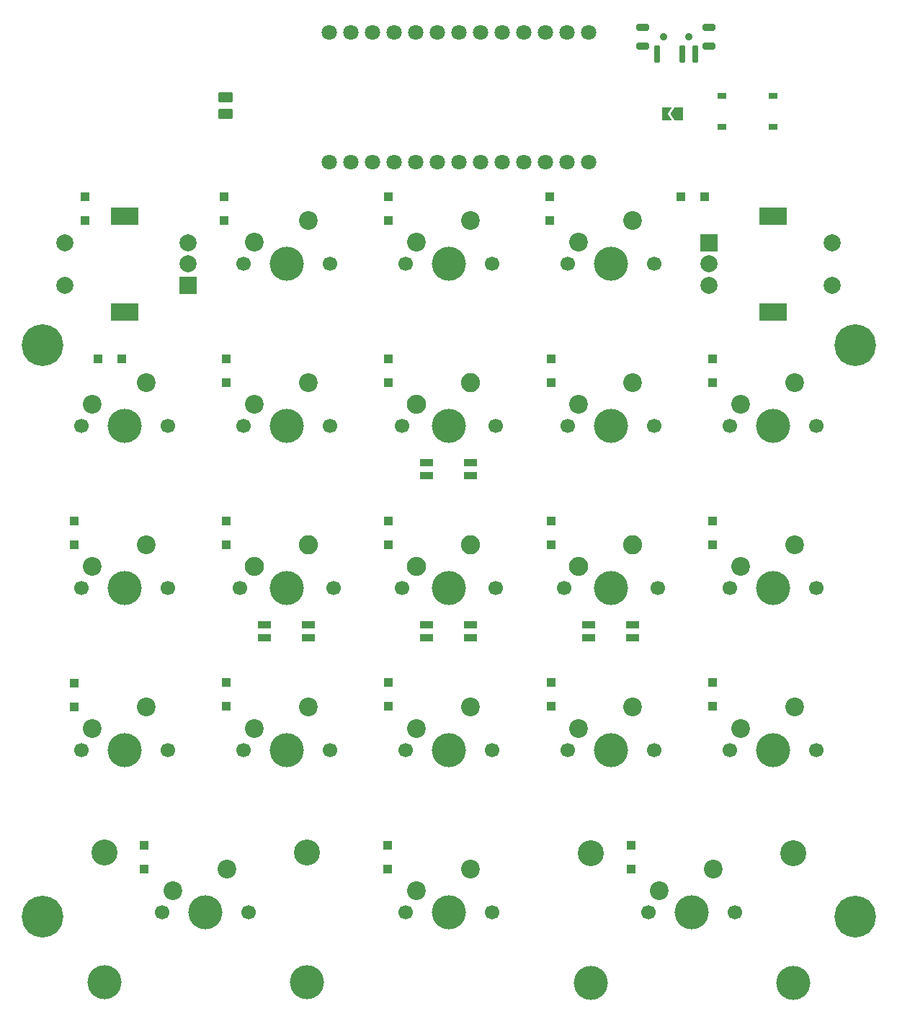
<source format=gbr>
%TF.GenerationSoftware,KiCad,Pcbnew,9.0.2*%
%TF.CreationDate,2025-05-27T10:03:14+01:00*%
%TF.ProjectId,PCB,5043422e-6b69-4636-9164-5f7063625858,1.0*%
%TF.SameCoordinates,Original*%
%TF.FileFunction,Soldermask,Bot*%
%TF.FilePolarity,Negative*%
%FSLAX46Y46*%
G04 Gerber Fmt 4.6, Leading zero omitted, Abs format (unit mm)*
G04 Created by KiCad (PCBNEW 9.0.2) date 2025-05-27 10:03:14*
%MOMM*%
%LPD*%
G01*
G04 APERTURE LIST*
G04 Aperture macros list*
%AMRoundRect*
0 Rectangle with rounded corners*
0 $1 Rounding radius*
0 $2 $3 $4 $5 $6 $7 $8 $9 X,Y pos of 4 corners*
0 Add a 4 corners polygon primitive as box body*
4,1,4,$2,$3,$4,$5,$6,$7,$8,$9,$2,$3,0*
0 Add four circle primitives for the rounded corners*
1,1,$1+$1,$2,$3*
1,1,$1+$1,$4,$5*
1,1,$1+$1,$6,$7*
1,1,$1+$1,$8,$9*
0 Add four rect primitives between the rounded corners*
20,1,$1+$1,$2,$3,$4,$5,0*
20,1,$1+$1,$4,$5,$6,$7,0*
20,1,$1+$1,$6,$7,$8,$9,0*
20,1,$1+$1,$8,$9,$2,$3,0*%
%AMFreePoly0*
4,1,6,0.500000,-0.750000,-0.650000,-0.750000,-0.150000,0.000000,-0.650000,0.750000,0.500000,0.750000,0.500000,-0.750000,0.500000,-0.750000,$1*%
%AMFreePoly1*
4,1,6,1.000000,0.000000,0.500000,-0.750000,-0.500000,-0.750000,-0.500000,0.750000,0.500000,0.750000,1.000000,0.000000,1.000000,0.000000,$1*%
G04 Aperture macros list end*
%ADD10C,1.700000*%
%ADD11C,4.000000*%
%ADD12C,2.200000*%
%ADD13C,4.900000*%
%ADD14C,3.050000*%
%ADD15RoundRect,0.082000X0.718000X-0.328000X0.718000X0.328000X-0.718000X0.328000X-0.718000X-0.328000X0*%
%ADD16C,2.250000*%
%ADD17O,2.250000X2.250000*%
%ADD18R,2.000000X2.000000*%
%ADD19C,2.000000*%
%ADD20R,3.200000X2.000000*%
%ADD21C,1.800000*%
%ADD22RoundRect,0.250000X-0.300000X0.300000X-0.300000X-0.300000X0.300000X-0.300000X0.300000X0.300000X0*%
%ADD23R,1.000000X0.700000*%
%ADD24RoundRect,0.250000X-0.300000X-0.300000X0.300000X-0.300000X0.300000X0.300000X-0.300000X0.300000X0*%
%ADD25RoundRect,0.250000X0.300000X0.300000X-0.300000X0.300000X-0.300000X-0.300000X0.300000X-0.300000X0*%
%ADD26RoundRect,0.250000X-0.500000X-0.150000X0.500000X-0.150000X0.500000X0.150000X-0.500000X0.150000X0*%
%ADD27C,0.900000*%
%ADD28RoundRect,0.125000X-0.225000X-0.875000X0.225000X-0.875000X0.225000X0.875000X-0.225000X0.875000X0*%
%ADD29FreePoly0,180.000000*%
%ADD30RoundRect,0.250000X-0.625000X0.350000X-0.625000X-0.350000X0.625000X-0.350000X0.625000X0.350000X0*%
%ADD31FreePoly1,180.000000*%
G04 APERTURE END LIST*
D10*
%TO.C,D3-D21*%
X106974146Y-67909183D03*
D11*
X112054146Y-67909183D03*
D10*
X117134146Y-67909183D03*
D12*
X114594146Y-62829183D03*
X108244146Y-65369183D03*
%TD*%
D13*
%TO.C,*%
X121710496Y-125546485D03*
%TD*%
D10*
%TO.C,D5-D15*%
X68874146Y-106009183D03*
D11*
X73954146Y-106009183D03*
D10*
X79034146Y-106009183D03*
D12*
X76494146Y-100929183D03*
X70144146Y-103469183D03*
%TD*%
D10*
%TO.C,D3-D14*%
X30774146Y-67909185D03*
D11*
X35854146Y-67909185D03*
D10*
X40934146Y-67909185D03*
D12*
X38394146Y-62829185D03*
X32044146Y-65369185D03*
%TD*%
D14*
%TO.C,D6-D14*%
X33478146Y-118041185D03*
D11*
X33478146Y-133281185D03*
D10*
X40298146Y-125041185D03*
D11*
X45378146Y-125041185D03*
D10*
X50458146Y-125041185D03*
D14*
X57278146Y-118041185D03*
D11*
X57278146Y-133281185D03*
D12*
X47918146Y-119961185D03*
X41568146Y-122501185D03*
%TD*%
D10*
%TO.C,D4-D15*%
X68447796Y-86931883D03*
D11*
X73947794Y-86931883D03*
D10*
X79447792Y-86931883D03*
D15*
X76542796Y-92756883D03*
X76542796Y-91256883D03*
X71342796Y-91256883D03*
X71342796Y-92756883D03*
D16*
X76487796Y-81851883D03*
D17*
X70137796Y-84391885D03*
%TD*%
D10*
%TO.C,D5-D14*%
X30774146Y-106009185D03*
D11*
X35854146Y-106009185D03*
D10*
X40934146Y-106009185D03*
D12*
X38394146Y-100929185D03*
X32044146Y-103469185D03*
%TD*%
D10*
%TO.C,D6-D7*%
X68878146Y-125051185D03*
D11*
X73958146Y-125051185D03*
D10*
X79038146Y-125051185D03*
D12*
X76498146Y-119971185D03*
X70148146Y-122511185D03*
%TD*%
D10*
%TO.C,D2-D15*%
X68874146Y-48859183D03*
D11*
X73954146Y-48859183D03*
D10*
X79034146Y-48859183D03*
D12*
X76494146Y-43779183D03*
X70144146Y-46319183D03*
%TD*%
D10*
%TO.C,D4-D21*%
X106967796Y-86931883D03*
D11*
X112047796Y-86931883D03*
D10*
X117127796Y-86931883D03*
D12*
X114587796Y-81851883D03*
X108237796Y-84391883D03*
%TD*%
D18*
%TO.C,D2-D21*%
X104550496Y-46366483D03*
D19*
X104550496Y-51366483D03*
X104550496Y-48866483D03*
D20*
X112050496Y-43266483D03*
X112050496Y-54466483D03*
D19*
X119050496Y-51366483D03*
X119050496Y-46366483D03*
%TD*%
D21*
%TO.C,U1*%
X87890496Y-36936483D03*
X85350496Y-36936483D03*
X82810496Y-36936483D03*
X80270496Y-36936483D03*
X77730496Y-36936483D03*
X75190496Y-36936483D03*
X72650496Y-36936483D03*
X70110496Y-36936483D03*
X67570496Y-36936483D03*
X65030496Y-36936483D03*
X62490496Y-36936483D03*
X59950496Y-36936483D03*
X87890496Y-21696483D03*
X85350496Y-21696483D03*
X82810496Y-21696483D03*
X80270496Y-21696483D03*
X77730496Y-21696483D03*
X75190496Y-21696483D03*
X72650496Y-21696483D03*
X67570496Y-21696483D03*
X65030496Y-21696483D03*
X62490496Y-21696483D03*
X59950496Y-21696483D03*
X90430496Y-21696483D03*
X70110496Y-21696483D03*
X90430496Y-36936483D03*
%TD*%
D10*
%TO.C,D2-D18*%
X87924146Y-48859183D03*
D11*
X93004146Y-48859183D03*
D10*
X98084146Y-48859183D03*
D12*
X95544146Y-43779183D03*
X89194146Y-46319183D03*
%TD*%
D10*
%TO.C,D4-D7*%
X49391446Y-86931885D03*
D11*
X54891444Y-86931885D03*
D10*
X60391442Y-86931885D03*
D15*
X57486446Y-92756885D03*
X57486446Y-91256885D03*
X52286446Y-91256885D03*
X52286446Y-92756885D03*
D16*
X57431446Y-81851885D03*
D17*
X51081446Y-84391887D03*
%TD*%
D10*
%TO.C,D4-D14*%
X30767796Y-86931885D03*
D11*
X35847796Y-86931885D03*
D10*
X40927796Y-86931885D03*
D12*
X38387796Y-81851885D03*
X32037796Y-84391885D03*
%TD*%
D10*
%TO.C,D2-D7*%
X49817796Y-48859185D03*
D11*
X54897796Y-48859185D03*
D10*
X59977796Y-48859185D03*
D12*
X57437796Y-43779185D03*
X51087796Y-46319185D03*
%TD*%
D10*
%TO.C,D3-D15*%
X68454146Y-67909183D03*
D11*
X73954144Y-67909183D03*
D10*
X79454142Y-67909183D03*
D15*
X76549146Y-73734183D03*
X76549146Y-72234183D03*
X71349146Y-72234183D03*
X71349146Y-73734183D03*
D16*
X76494146Y-62829183D03*
D17*
X70144146Y-65369185D03*
%TD*%
D13*
%TO.C,*%
X121710496Y-58406483D03*
%TD*%
D10*
%TO.C,D5-D21*%
X106974146Y-106009183D03*
D11*
X112054146Y-106009183D03*
D10*
X117134146Y-106009183D03*
D12*
X114594146Y-100929183D03*
X108244146Y-103469183D03*
%TD*%
D10*
%TO.C,D3-D7*%
X49817796Y-67909185D03*
D11*
X54897796Y-67909185D03*
D10*
X59977796Y-67909185D03*
D12*
X57437796Y-62829185D03*
X51087796Y-65369185D03*
%TD*%
D10*
%TO.C,D3-D18*%
X87924146Y-67909183D03*
D11*
X93004146Y-67909183D03*
D10*
X98084146Y-67909183D03*
D12*
X95544146Y-62829183D03*
X89194146Y-65369183D03*
%TD*%
D13*
%TO.C,*%
X26230496Y-125546483D03*
%TD*%
D18*
%TO.C,D2-D14*%
X43350496Y-51366483D03*
D19*
X43350496Y-46366483D03*
X43350496Y-48866483D03*
D20*
X35850496Y-54466483D03*
X35850496Y-43266483D03*
D19*
X28850496Y-46366483D03*
X28850496Y-51366483D03*
%TD*%
D13*
%TO.C,*%
X26190496Y-58406481D03*
%TD*%
D14*
%TO.C,D6-D15*%
X90638146Y-118051185D03*
D11*
X90638146Y-133291185D03*
D10*
X97458146Y-125051185D03*
D11*
X102538146Y-125051185D03*
D10*
X107618146Y-125051185D03*
D14*
X114438146Y-118051185D03*
D11*
X114438146Y-133291185D03*
D12*
X105078146Y-119971185D03*
X98728146Y-122511185D03*
%TD*%
D10*
%TO.C,D5-D7*%
X49817796Y-106009185D03*
D11*
X54897796Y-106009185D03*
D10*
X59977796Y-106009185D03*
D12*
X57437796Y-100929185D03*
X51087796Y-103469185D03*
%TD*%
D10*
%TO.C,D5-D18*%
X87924146Y-106009183D03*
D11*
X93004146Y-106009183D03*
D10*
X98084146Y-106009183D03*
D12*
X95544146Y-100929183D03*
X89194146Y-103469183D03*
%TD*%
D10*
%TO.C,D4-D18*%
X87497796Y-86931883D03*
D11*
X92997794Y-86931883D03*
D10*
X98497792Y-86931883D03*
D15*
X95592796Y-92756883D03*
X95592796Y-91256883D03*
X90392796Y-91256883D03*
X90392796Y-92756883D03*
D16*
X95537796Y-81851883D03*
D17*
X89187796Y-84391885D03*
%TD*%
D22*
%TO.C,SD9*%
X66833496Y-40939483D03*
X66833496Y-43739483D03*
%TD*%
%TO.C,SD9*%
X66790496Y-117136483D03*
X66790496Y-119936483D03*
%TD*%
%TO.C,SD9*%
X104990496Y-98036483D03*
X104990496Y-100836483D03*
%TD*%
D23*
%TO.C,RESET*%
X112092996Y-29078483D03*
X106092996Y-29078483D03*
X112092996Y-32778483D03*
X106092996Y-32778483D03*
%TD*%
D22*
%TO.C,SD9*%
X85990496Y-98036483D03*
X85990496Y-100836483D03*
%TD*%
%TO.C,SD9*%
X85790496Y-40936483D03*
X85790496Y-43736483D03*
%TD*%
D24*
%TO.C,SD9*%
X101226996Y-40937483D03*
X104026996Y-40937483D03*
%TD*%
D22*
%TO.C,SD9*%
X85990496Y-60036483D03*
X85990496Y-62836483D03*
%TD*%
%TO.C,SD9*%
X29990496Y-98086483D03*
X29990496Y-100886483D03*
%TD*%
%TO.C,SD9*%
X104990496Y-60036483D03*
X104990496Y-62836483D03*
%TD*%
D25*
%TO.C,SD9*%
X35560996Y-59979483D03*
X32760996Y-59979483D03*
%TD*%
D22*
%TO.C,SD9*%
X31190496Y-40936483D03*
X31190496Y-43736483D03*
%TD*%
%TO.C,SD9*%
X104990496Y-79036483D03*
X104990496Y-81836483D03*
%TD*%
D26*
%TO.C,SW43*%
X96770000Y-21090000D03*
X96770000Y-23300000D03*
D27*
X99170000Y-22190000D03*
X102170000Y-22190000D03*
D26*
X104570000Y-21090000D03*
X104570000Y-23300000D03*
D28*
X98420000Y-24200000D03*
X101420000Y-24200000D03*
X102920000Y-24200000D03*
%TD*%
D22*
%TO.C,SD9*%
X47590496Y-40936483D03*
X47590496Y-43736483D03*
%TD*%
%TO.C,SD9*%
X66890496Y-60036483D03*
X66890496Y-62836483D03*
%TD*%
%TO.C,SD9*%
X47790496Y-79036483D03*
X47790496Y-81836483D03*
%TD*%
%TO.C,SD9*%
X66890496Y-79036483D03*
X66890496Y-81836483D03*
%TD*%
%TO.C,SD9*%
X47790496Y-98036483D03*
X47790496Y-100836483D03*
%TD*%
D29*
%TO.C,*%
X99520000Y-31190000D03*
%TD*%
D22*
%TO.C,SD9*%
X95390496Y-117136483D03*
X95390496Y-119936483D03*
%TD*%
%TO.C,SD9*%
X66890496Y-98036483D03*
X66890496Y-100836483D03*
%TD*%
D30*
%TO.C,J2*%
X47740496Y-29236483D03*
X47740496Y-31236483D03*
%TD*%
D22*
%TO.C,SD9*%
X85990496Y-79036483D03*
X85990496Y-81836483D03*
%TD*%
%TO.C,SD9*%
X29990496Y-79086483D03*
X29990496Y-81886483D03*
%TD*%
D31*
%TO.C,*%
X100970001Y-31190001D03*
%TD*%
D22*
%TO.C,SD9*%
X38190496Y-117136483D03*
X38190496Y-119936483D03*
%TD*%
%TO.C,SD9*%
X47790496Y-60036483D03*
X47790496Y-62836483D03*
%TD*%
M02*

</source>
